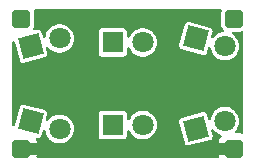
<source format=gbr>
%TF.GenerationSoftware,KiCad,Pcbnew,(7.0.0-0)*%
%TF.CreationDate,2023-03-05T10:40:59+01:00*%
%TF.ProjectId,FancyLight,46616e63-794c-4696-9768-742e6b696361,A*%
%TF.SameCoordinates,Original*%
%TF.FileFunction,Copper,L2,Bot*%
%TF.FilePolarity,Positive*%
%FSLAX46Y46*%
G04 Gerber Fmt 4.6, Leading zero omitted, Abs format (unit mm)*
G04 Created by KiCad (PCBNEW (7.0.0-0)) date 2023-03-05 10:40:59*
%MOMM*%
%LPD*%
G01*
G04 APERTURE LIST*
G04 Aperture macros list*
%AMRoundRect*
0 Rectangle with rounded corners*
0 $1 Rounding radius*
0 $2 $3 $4 $5 $6 $7 $8 $9 X,Y pos of 4 corners*
0 Add a 4 corners polygon primitive as box body*
4,1,4,$2,$3,$4,$5,$6,$7,$8,$9,$2,$3,0*
0 Add four circle primitives for the rounded corners*
1,1,$1+$1,$2,$3*
1,1,$1+$1,$4,$5*
1,1,$1+$1,$6,$7*
1,1,$1+$1,$8,$9*
0 Add four rect primitives between the rounded corners*
20,1,$1+$1,$2,$3,$4,$5,0*
20,1,$1+$1,$4,$5,$6,$7,0*
20,1,$1+$1,$6,$7,$8,$9,0*
20,1,$1+$1,$8,$9,$2,$3,0*%
%AMRotRect*
0 Rectangle, with rotation*
0 The origin of the aperture is its center*
0 $1 length*
0 $2 width*
0 $3 Rotation angle, in degrees counterclockwise*
0 Add horizontal line*
21,1,$1,$2,0,0,$3*%
G04 Aperture macros list end*
%TA.AperFunction,ComponentPad*%
%ADD10RoundRect,0.400000X-0.400000X-0.400000X0.400000X-0.400000X0.400000X0.400000X-0.400000X0.400000X0*%
%TD*%
%TA.AperFunction,ComponentPad*%
%ADD11RotRect,1.800000X1.800000X15.000000*%
%TD*%
%TA.AperFunction,ComponentPad*%
%ADD12C,1.800000*%
%TD*%
%TA.AperFunction,ComponentPad*%
%ADD13R,1.800000X1.800000*%
%TD*%
%TA.AperFunction,ComponentPad*%
%ADD14RotRect,1.800000X1.800000X345.000000*%
%TD*%
%TA.AperFunction,ViaPad*%
%ADD15C,0.800000*%
%TD*%
%TA.AperFunction,Conductor*%
%ADD16C,1.000000*%
%TD*%
G04 APERTURE END LIST*
D10*
X146000000Y-89000000D03*
X128000000Y-89000000D03*
X128000000Y-78000000D03*
X146000000Y-78000000D03*
D11*
X142773273Y-87328699D03*
D12*
X145226726Y-86671300D03*
D13*
X135729999Y-86999999D03*
D12*
X138270000Y-87000000D03*
D14*
X128773273Y-86671299D03*
D12*
X131226726Y-87328700D03*
D14*
X142773273Y-79671299D03*
D12*
X145226726Y-80328700D03*
D13*
X135729999Y-79999999D03*
D12*
X138270000Y-80000000D03*
D11*
X128773273Y-80328699D03*
D12*
X131226726Y-79671300D03*
D15*
X139000000Y-85000000D03*
X136500000Y-85000000D03*
X134500000Y-81500000D03*
X132500000Y-81500000D03*
X139000000Y-82000000D03*
D16*
X146000000Y-89000000D02*
X144000000Y-89000000D01*
X144000000Y-89000000D02*
X143400000Y-89000000D01*
X128000000Y-89000000D02*
X130200000Y-89000000D01*
%TA.AperFunction,Conductor*%
G36*
X144878362Y-77213346D02*
G01*
X144922277Y-77250510D01*
X144944693Y-77303492D01*
X144940786Y-77360890D01*
X144905914Y-77472804D01*
X144899500Y-77543384D01*
X144899500Y-78456616D01*
X144899754Y-78459419D01*
X144899755Y-78459425D01*
X144904408Y-78510628D01*
X144905914Y-78527196D01*
X144907862Y-78533448D01*
X144907864Y-78533457D01*
X144927064Y-78595071D01*
X144956522Y-78689606D01*
X144960399Y-78696020D01*
X144960400Y-78696021D01*
X145030740Y-78812378D01*
X145044528Y-78835185D01*
X145049831Y-78840487D01*
X145049831Y-78840488D01*
X145136226Y-78926883D01*
X145168915Y-78984782D01*
X145166996Y-79051244D01*
X145131020Y-79107159D01*
X145071331Y-79136453D01*
X144902421Y-79168028D01*
X144902414Y-79168029D01*
X144896786Y-79169082D01*
X144891443Y-79171151D01*
X144891439Y-79171153D01*
X144694667Y-79247383D01*
X144694662Y-79247385D01*
X144689325Y-79249453D01*
X144684453Y-79252469D01*
X144684450Y-79252471D01*
X144505035Y-79363559D01*
X144505027Y-79363564D01*
X144500164Y-79366576D01*
X144495933Y-79370432D01*
X144495929Y-79370436D01*
X144339985Y-79512597D01*
X144339975Y-79512607D01*
X144335745Y-79516464D01*
X144332292Y-79521035D01*
X144332286Y-79521043D01*
X144288031Y-79579646D01*
X144234227Y-79620406D01*
X144167044Y-79626945D01*
X144106390Y-79597323D01*
X144070239Y-79540319D01*
X144069303Y-79472826D01*
X144177416Y-79069343D01*
X144181104Y-79044318D01*
X144163872Y-78933301D01*
X144107698Y-78836006D01*
X144078335Y-78812378D01*
X144027438Y-78771421D01*
X144027434Y-78771419D01*
X144020171Y-78765574D01*
X144011504Y-78762139D01*
X144011502Y-78762138D01*
X143999982Y-78757573D01*
X143999980Y-78757572D01*
X143996656Y-78756255D01*
X143993205Y-78755330D01*
X143993195Y-78755327D01*
X142174770Y-78268083D01*
X142174766Y-78268082D01*
X142171317Y-78267158D01*
X142167788Y-78266638D01*
X142167779Y-78266636D01*
X142155518Y-78264829D01*
X142155513Y-78264829D01*
X142146292Y-78263470D01*
X142137079Y-78264899D01*
X142137077Y-78264900D01*
X142046626Y-78278940D01*
X142046625Y-78278940D01*
X142035275Y-78280702D01*
X142025329Y-78286444D01*
X142025327Y-78286445D01*
X141947932Y-78331129D01*
X141947927Y-78331132D01*
X141937980Y-78336876D01*
X141930776Y-78345827D01*
X141930774Y-78345830D01*
X141873395Y-78417135D01*
X141873391Y-78417141D01*
X141867548Y-78424403D01*
X141864114Y-78433066D01*
X141864112Y-78433071D01*
X141859547Y-78444591D01*
X141858229Y-78447918D01*
X141857305Y-78451363D01*
X141857301Y-78451378D01*
X141381513Y-80227050D01*
X141369132Y-80273257D01*
X141368612Y-80276781D01*
X141368610Y-80276794D01*
X141366803Y-80289055D01*
X141366803Y-80289060D01*
X141365444Y-80298282D01*
X141366873Y-80307494D01*
X141366874Y-80307496D01*
X141377050Y-80373055D01*
X141382676Y-80409299D01*
X141388419Y-80419246D01*
X141433103Y-80496641D01*
X141433104Y-80496643D01*
X141438850Y-80506594D01*
X141464428Y-80527176D01*
X141519109Y-80571178D01*
X141519111Y-80571179D01*
X141526377Y-80577026D01*
X141549892Y-80586345D01*
X143375231Y-81075442D01*
X143400256Y-81079130D01*
X143511273Y-81061898D01*
X143608568Y-81005724D01*
X143679000Y-80918197D01*
X143688319Y-80894682D01*
X143795225Y-80495699D01*
X143830339Y-80437193D01*
X143891089Y-80406121D01*
X143959080Y-80411893D01*
X144013723Y-80452762D01*
X144038471Y-80516352D01*
X144041611Y-80550236D01*
X144043180Y-80555750D01*
X144100927Y-80758713D01*
X144100930Y-80758721D01*
X144102497Y-80764228D01*
X144105049Y-80769353D01*
X144105051Y-80769358D01*
X144199113Y-80958259D01*
X144199115Y-80958263D01*
X144201668Y-80963389D01*
X144205117Y-80967956D01*
X144205120Y-80967961D01*
X144332287Y-81136358D01*
X144332292Y-81136363D01*
X144335745Y-81140936D01*
X144339981Y-81144797D01*
X144339985Y-81144802D01*
X144438298Y-81234426D01*
X144500164Y-81290824D01*
X144689325Y-81407947D01*
X144896786Y-81488318D01*
X145115483Y-81529200D01*
X145332240Y-81529200D01*
X145337969Y-81529200D01*
X145556666Y-81488318D01*
X145764127Y-81407947D01*
X145953288Y-81290824D01*
X146117707Y-81140936D01*
X146251784Y-80963389D01*
X146350955Y-80764228D01*
X146411841Y-80550236D01*
X146432369Y-80328700D01*
X146411841Y-80107164D01*
X146350955Y-79893172D01*
X146251784Y-79694011D01*
X146238945Y-79677009D01*
X146121164Y-79521041D01*
X146121160Y-79521037D01*
X146117707Y-79516464D01*
X146113470Y-79512601D01*
X146113466Y-79512597D01*
X145987372Y-79397648D01*
X145953288Y-79366576D01*
X145894096Y-79329926D01*
X145850493Y-79283835D01*
X145835396Y-79222209D01*
X145852760Y-79161182D01*
X145898038Y-79116733D01*
X145959375Y-79100500D01*
X146453797Y-79100500D01*
X146456616Y-79100500D01*
X146527196Y-79094086D01*
X146639109Y-79059213D01*
X146696508Y-79055307D01*
X146749490Y-79077723D01*
X146786654Y-79121638D01*
X146800000Y-79177599D01*
X146800000Y-87613832D01*
X146787212Y-87668676D01*
X146751487Y-87712208D01*
X146700191Y-87735449D01*
X146643907Y-87733607D01*
X146547057Y-87707656D01*
X146535898Y-87705738D01*
X146465416Y-87700191D01*
X146460537Y-87700000D01*
X146200338Y-87700000D01*
X146143027Y-87685961D01*
X146098693Y-87647023D01*
X146077375Y-87592003D01*
X146083900Y-87533359D01*
X146111039Y-87492937D01*
X146109609Y-87491633D01*
X146113465Y-87487402D01*
X146117707Y-87483536D01*
X146251784Y-87305989D01*
X146350955Y-87106828D01*
X146411841Y-86892836D01*
X146432369Y-86671300D01*
X146411841Y-86449764D01*
X146350955Y-86235772D01*
X146251784Y-86036611D01*
X146248331Y-86032038D01*
X146121164Y-85863641D01*
X146121160Y-85863637D01*
X146117707Y-85859064D01*
X146113470Y-85855201D01*
X146113466Y-85855197D01*
X145957522Y-85713036D01*
X145957523Y-85713036D01*
X145953288Y-85709176D01*
X145948418Y-85706161D01*
X145948416Y-85706159D01*
X145769001Y-85595071D01*
X145769002Y-85595071D01*
X145764127Y-85592053D01*
X145556666Y-85511682D01*
X145551028Y-85510628D01*
X145343598Y-85471852D01*
X145343595Y-85471851D01*
X145337969Y-85470800D01*
X145115483Y-85470800D01*
X145109857Y-85471851D01*
X145109853Y-85471852D01*
X144902423Y-85510628D01*
X144902420Y-85510628D01*
X144896786Y-85511682D01*
X144891443Y-85513751D01*
X144891439Y-85513753D01*
X144694667Y-85589983D01*
X144694662Y-85589985D01*
X144689325Y-85592053D01*
X144684453Y-85595069D01*
X144684450Y-85595071D01*
X144505035Y-85706159D01*
X144505027Y-85706164D01*
X144500164Y-85709176D01*
X144495933Y-85713032D01*
X144495929Y-85713036D01*
X144339985Y-85855197D01*
X144339975Y-85855207D01*
X144335745Y-85859064D01*
X144332296Y-85863630D01*
X144332287Y-85863641D01*
X144205120Y-86032038D01*
X144205113Y-86032048D01*
X144201668Y-86036611D01*
X144199118Y-86041731D01*
X144199113Y-86041740D01*
X144105051Y-86230641D01*
X144105047Y-86230649D01*
X144102497Y-86235772D01*
X144100931Y-86241275D01*
X144100927Y-86241286D01*
X144051510Y-86414972D01*
X144041611Y-86449764D01*
X144041082Y-86455467D01*
X144041082Y-86455470D01*
X144038471Y-86483649D01*
X144013723Y-86547239D01*
X143959080Y-86588107D01*
X143891090Y-86593880D01*
X143830339Y-86562808D01*
X143795225Y-86504301D01*
X143786791Y-86472824D01*
X143688318Y-86105319D01*
X143679000Y-86081803D01*
X143671748Y-86072791D01*
X143615773Y-86003230D01*
X143608568Y-85994276D01*
X143598617Y-85988530D01*
X143598615Y-85988529D01*
X143521220Y-85943845D01*
X143511273Y-85938102D01*
X143429982Y-85925484D01*
X143409469Y-85922300D01*
X143409468Y-85922299D01*
X143400256Y-85920870D01*
X143391038Y-85922228D01*
X143391032Y-85922228D01*
X143378775Y-85924034D01*
X143378760Y-85924036D01*
X143375231Y-85924557D01*
X143371776Y-85925482D01*
X143371770Y-85925484D01*
X141553344Y-86412731D01*
X141553339Y-86412732D01*
X141549893Y-86413656D01*
X141546580Y-86414968D01*
X141546570Y-86414972D01*
X141535047Y-86419538D01*
X141535043Y-86419539D01*
X141526377Y-86422974D01*
X141519115Y-86428817D01*
X141519109Y-86428821D01*
X141447804Y-86486200D01*
X141447801Y-86486202D01*
X141438850Y-86493406D01*
X141433106Y-86503353D01*
X141433103Y-86503358D01*
X141388419Y-86580753D01*
X141388418Y-86580755D01*
X141382676Y-86590701D01*
X141380914Y-86602051D01*
X141380914Y-86602052D01*
X141371052Y-86665591D01*
X141365444Y-86701718D01*
X141366802Y-86710935D01*
X141366802Y-86710941D01*
X141368608Y-86723198D01*
X141368610Y-86723209D01*
X141369131Y-86726743D01*
X141370057Y-86730201D01*
X141370058Y-86730203D01*
X141841145Y-88488318D01*
X141858230Y-88552081D01*
X141867548Y-88575597D01*
X141873393Y-88582860D01*
X141873395Y-88582864D01*
X141930774Y-88654169D01*
X141937980Y-88663124D01*
X142035275Y-88719298D01*
X142146292Y-88736530D01*
X142171317Y-88732843D01*
X143996655Y-88243744D01*
X144020171Y-88234426D01*
X144107698Y-88163994D01*
X144163872Y-88066699D01*
X144181104Y-87955682D01*
X144177417Y-87930657D01*
X144069304Y-87527174D01*
X144070240Y-87459681D01*
X144106391Y-87402677D01*
X144167045Y-87373055D01*
X144234229Y-87379594D01*
X144288033Y-87420355D01*
X144332287Y-87478958D01*
X144332292Y-87478963D01*
X144335745Y-87483536D01*
X144339981Y-87487397D01*
X144339985Y-87487402D01*
X144387174Y-87530420D01*
X144500164Y-87633424D01*
X144689325Y-87750547D01*
X144694666Y-87752616D01*
X144694676Y-87752621D01*
X144865975Y-87818983D01*
X144913522Y-87851850D01*
X144941005Y-87902700D01*
X144942451Y-87960483D01*
X144917547Y-88012644D01*
X144845133Y-88102068D01*
X144838088Y-88112915D01*
X144758097Y-88269907D01*
X144753469Y-88281963D01*
X144707656Y-88452942D01*
X144705738Y-88464101D01*
X144700191Y-88534583D01*
X144700000Y-88539463D01*
X144700000Y-88733674D01*
X144703450Y-88746549D01*
X144716326Y-88750000D01*
X146126000Y-88750000D01*
X146188000Y-88766613D01*
X146233387Y-88812000D01*
X146250000Y-88874000D01*
X146250000Y-89126000D01*
X146233387Y-89188000D01*
X146188000Y-89233387D01*
X146126000Y-89250000D01*
X144716326Y-89250000D01*
X144703450Y-89253450D01*
X144700000Y-89266326D01*
X144700000Y-89460537D01*
X144700191Y-89465416D01*
X144705738Y-89535898D01*
X144707656Y-89547057D01*
X144733607Y-89643907D01*
X144735449Y-89700191D01*
X144712208Y-89751487D01*
X144668676Y-89787212D01*
X144613832Y-89800000D01*
X129386168Y-89800000D01*
X129331324Y-89787212D01*
X129287792Y-89751487D01*
X129264551Y-89700191D01*
X129266393Y-89643907D01*
X129292343Y-89547057D01*
X129294261Y-89535898D01*
X129299808Y-89465416D01*
X129300000Y-89460537D01*
X129300000Y-89266326D01*
X129296549Y-89253450D01*
X129283674Y-89250000D01*
X127874000Y-89250000D01*
X127812000Y-89233387D01*
X127766613Y-89188000D01*
X127750000Y-89126000D01*
X127750000Y-88874000D01*
X127766613Y-88812000D01*
X127812000Y-88766613D01*
X127874000Y-88750000D01*
X129283674Y-88750000D01*
X129296549Y-88746549D01*
X129300000Y-88733674D01*
X129300000Y-88539463D01*
X129299808Y-88534583D01*
X129294261Y-88464101D01*
X129292343Y-88452942D01*
X129246530Y-88281963D01*
X129241901Y-88269904D01*
X129232511Y-88251475D01*
X129219002Y-88196486D01*
X129231348Y-88141225D01*
X129266975Y-88097215D01*
X129318454Y-88073632D01*
X129367976Y-88075173D01*
X129368263Y-88073789D01*
X129371767Y-88074513D01*
X129375231Y-88075442D01*
X129400256Y-88079130D01*
X129511273Y-88061898D01*
X129608568Y-88005724D01*
X129679000Y-87918197D01*
X129688319Y-87894682D01*
X129795225Y-87495699D01*
X129830339Y-87437193D01*
X129891089Y-87406121D01*
X129959080Y-87411893D01*
X130013723Y-87452762D01*
X130038471Y-87516352D01*
X130041611Y-87550236D01*
X130043180Y-87555750D01*
X130100927Y-87758713D01*
X130100930Y-87758721D01*
X130102497Y-87764228D01*
X130105049Y-87769353D01*
X130105051Y-87769358D01*
X130199113Y-87958259D01*
X130199115Y-87958263D01*
X130201668Y-87963389D01*
X130205117Y-87967956D01*
X130205120Y-87967961D01*
X130332287Y-88136358D01*
X130332292Y-88136363D01*
X130335745Y-88140936D01*
X130339981Y-88144797D01*
X130339985Y-88144802D01*
X130438298Y-88234426D01*
X130500164Y-88290824D01*
X130689325Y-88407947D01*
X130896786Y-88488318D01*
X131115483Y-88529200D01*
X131332240Y-88529200D01*
X131337969Y-88529200D01*
X131556666Y-88488318D01*
X131764127Y-88407947D01*
X131953288Y-88290824D01*
X132117707Y-88140936D01*
X132251784Y-87963389D01*
X132262782Y-87941302D01*
X134529500Y-87941302D01*
X134529501Y-87944864D01*
X134529912Y-87948411D01*
X134529913Y-87948422D01*
X134531054Y-87958259D01*
X134532415Y-87969991D01*
X134536181Y-87978521D01*
X134536182Y-87978523D01*
X134550730Y-88011470D01*
X134577794Y-88072765D01*
X134657235Y-88152206D01*
X134728111Y-88183501D01*
X134751477Y-88193818D01*
X134751478Y-88193818D01*
X134760009Y-88197585D01*
X134785135Y-88200500D01*
X136674864Y-88200499D01*
X136699991Y-88197585D01*
X136802765Y-88152206D01*
X136882206Y-88072765D01*
X136927585Y-87969991D01*
X136930500Y-87944865D01*
X136930499Y-87530417D01*
X136947884Y-87467102D01*
X136995163Y-87421538D01*
X137059080Y-87406505D01*
X137121713Y-87426217D01*
X137165499Y-87475148D01*
X137242387Y-87629559D01*
X137242389Y-87629563D01*
X137244942Y-87634689D01*
X137248391Y-87639256D01*
X137248394Y-87639261D01*
X137375561Y-87807658D01*
X137375566Y-87807663D01*
X137379019Y-87812236D01*
X137383255Y-87816097D01*
X137383259Y-87816102D01*
X137422473Y-87851850D01*
X137543438Y-87962124D01*
X137732599Y-88079247D01*
X137940060Y-88159618D01*
X138158757Y-88200500D01*
X138375514Y-88200500D01*
X138381243Y-88200500D01*
X138599940Y-88159618D01*
X138807401Y-88079247D01*
X138996562Y-87962124D01*
X139160981Y-87812236D01*
X139295058Y-87634689D01*
X139394229Y-87435528D01*
X139455115Y-87221536D01*
X139475643Y-87000000D01*
X139455115Y-86778464D01*
X139398546Y-86579646D01*
X139395798Y-86569986D01*
X139395797Y-86569984D01*
X139394229Y-86564472D01*
X139319131Y-86413656D01*
X139297612Y-86370440D01*
X139297610Y-86370436D01*
X139295058Y-86365311D01*
X139291605Y-86360738D01*
X139164438Y-86192341D01*
X139164434Y-86192337D01*
X139160981Y-86187764D01*
X139156744Y-86183901D01*
X139156740Y-86183897D01*
X139011591Y-86051577D01*
X138996562Y-86037876D01*
X138991692Y-86034861D01*
X138991690Y-86034859D01*
X138815042Y-85925484D01*
X138807401Y-85920753D01*
X138599940Y-85840382D01*
X138576531Y-85836006D01*
X138386872Y-85800552D01*
X138386869Y-85800551D01*
X138381243Y-85799500D01*
X138158757Y-85799500D01*
X138153131Y-85800551D01*
X138153127Y-85800552D01*
X137945697Y-85839328D01*
X137945694Y-85839328D01*
X137940060Y-85840382D01*
X137934717Y-85842451D01*
X137934713Y-85842453D01*
X137737941Y-85918683D01*
X137737936Y-85918685D01*
X137732599Y-85920753D01*
X137727727Y-85923769D01*
X137727724Y-85923771D01*
X137548309Y-86034859D01*
X137548301Y-86034864D01*
X137543438Y-86037876D01*
X137539207Y-86041732D01*
X137539203Y-86041736D01*
X137383259Y-86183897D01*
X137383249Y-86183907D01*
X137379019Y-86187764D01*
X137375570Y-86192330D01*
X137375561Y-86192341D01*
X137248394Y-86360738D01*
X137248387Y-86360748D01*
X137244942Y-86365311D01*
X137242392Y-86370431D01*
X137242387Y-86370440D01*
X137165499Y-86524852D01*
X137121713Y-86573783D01*
X137059081Y-86593495D01*
X136995163Y-86578462D01*
X136947884Y-86532898D01*
X136930499Y-86469580D01*
X136930499Y-86058714D01*
X136930499Y-86058709D01*
X136930499Y-86055136D01*
X136927585Y-86030009D01*
X136882206Y-85927235D01*
X136802765Y-85847794D01*
X136759748Y-85828800D01*
X136708522Y-85806181D01*
X136708517Y-85806179D01*
X136699991Y-85802415D01*
X136690726Y-85801340D01*
X136678414Y-85799911D01*
X136678401Y-85799910D01*
X136674865Y-85799500D01*
X136671290Y-85799500D01*
X134788714Y-85799500D01*
X134788696Y-85799500D01*
X134785136Y-85799501D01*
X134781589Y-85799912D01*
X134781577Y-85799913D01*
X134769277Y-85801340D01*
X134769275Y-85801340D01*
X134760009Y-85802415D01*
X134751479Y-85806180D01*
X134751476Y-85806182D01*
X134667745Y-85843153D01*
X134667743Y-85843154D01*
X134657235Y-85847794D01*
X134649112Y-85855916D01*
X134649109Y-85855919D01*
X134585919Y-85919109D01*
X134585916Y-85919112D01*
X134577794Y-85927235D01*
X134573154Y-85937743D01*
X134573153Y-85937745D01*
X134536181Y-86021477D01*
X134536179Y-86021484D01*
X134532415Y-86030009D01*
X134531340Y-86039271D01*
X134531340Y-86039273D01*
X134529911Y-86051585D01*
X134529910Y-86051599D01*
X134529500Y-86055135D01*
X134529500Y-86058708D01*
X134529500Y-86058709D01*
X134529500Y-87941285D01*
X134529500Y-87941302D01*
X132262782Y-87941302D01*
X132350955Y-87764228D01*
X132411841Y-87550236D01*
X132432369Y-87328700D01*
X132411841Y-87107164D01*
X132350955Y-86893172D01*
X132268083Y-86726743D01*
X132254338Y-86699140D01*
X132254337Y-86699139D01*
X132251784Y-86694011D01*
X132238945Y-86677009D01*
X132121164Y-86521041D01*
X132121160Y-86521037D01*
X132117707Y-86516464D01*
X132113470Y-86512601D01*
X132113466Y-86512597D01*
X131987372Y-86397648D01*
X131953288Y-86366576D01*
X131948418Y-86363561D01*
X131948416Y-86363559D01*
X131769001Y-86252471D01*
X131769002Y-86252471D01*
X131764127Y-86249453D01*
X131728812Y-86235772D01*
X131562012Y-86171153D01*
X131562011Y-86171152D01*
X131556666Y-86169082D01*
X131551028Y-86168028D01*
X131343598Y-86129252D01*
X131343595Y-86129251D01*
X131337969Y-86128200D01*
X131115483Y-86128200D01*
X131109857Y-86129251D01*
X131109853Y-86129252D01*
X130902423Y-86168028D01*
X130902420Y-86168028D01*
X130896786Y-86169082D01*
X130891443Y-86171151D01*
X130891439Y-86171153D01*
X130694667Y-86247383D01*
X130694662Y-86247385D01*
X130689325Y-86249453D01*
X130684453Y-86252469D01*
X130684450Y-86252471D01*
X130505035Y-86363559D01*
X130505027Y-86363564D01*
X130500164Y-86366576D01*
X130495933Y-86370432D01*
X130495929Y-86370436D01*
X130339985Y-86512597D01*
X130339975Y-86512607D01*
X130335745Y-86516464D01*
X130332292Y-86521035D01*
X130332286Y-86521043D01*
X130288031Y-86579646D01*
X130234227Y-86620406D01*
X130167044Y-86626945D01*
X130106390Y-86597323D01*
X130070239Y-86540319D01*
X130069303Y-86472826D01*
X130177416Y-86069343D01*
X130181104Y-86044318D01*
X130163872Y-85933301D01*
X130107698Y-85836006D01*
X130098743Y-85828800D01*
X130027438Y-85771421D01*
X130027434Y-85771419D01*
X130020171Y-85765574D01*
X130011504Y-85762139D01*
X130011502Y-85762138D01*
X129999982Y-85757573D01*
X129999980Y-85757572D01*
X129996656Y-85756255D01*
X129993205Y-85755330D01*
X129993195Y-85755327D01*
X128174770Y-85268083D01*
X128174766Y-85268082D01*
X128171317Y-85267158D01*
X128167788Y-85266638D01*
X128167779Y-85266636D01*
X128155518Y-85264829D01*
X128155513Y-85264829D01*
X128146292Y-85263470D01*
X128137079Y-85264899D01*
X128137077Y-85264900D01*
X128046626Y-85278940D01*
X128046625Y-85278940D01*
X128035275Y-85280702D01*
X128025329Y-85286444D01*
X128025327Y-85286445D01*
X127947932Y-85331129D01*
X127947927Y-85331132D01*
X127937980Y-85336876D01*
X127930776Y-85345827D01*
X127930774Y-85345830D01*
X127873395Y-85417135D01*
X127873391Y-85417141D01*
X127867548Y-85424403D01*
X127864114Y-85433066D01*
X127864112Y-85433071D01*
X127859547Y-85444591D01*
X127858229Y-85447918D01*
X127857305Y-85451363D01*
X127857301Y-85451378D01*
X127443775Y-86994685D01*
X127415422Y-87046365D01*
X127366411Y-87079114D01*
X127307815Y-87085531D01*
X127252877Y-87064167D01*
X127214011Y-87019849D01*
X127200000Y-86962592D01*
X127200000Y-80037412D01*
X127214011Y-79980155D01*
X127252876Y-79935837D01*
X127307815Y-79914473D01*
X127366410Y-79920890D01*
X127415422Y-79953639D01*
X127443775Y-80005318D01*
X127841145Y-81488318D01*
X127858230Y-81552081D01*
X127867548Y-81575597D01*
X127873393Y-81582860D01*
X127873395Y-81582864D01*
X127930774Y-81654169D01*
X127937980Y-81663124D01*
X128035275Y-81719298D01*
X128146292Y-81736530D01*
X128171317Y-81732843D01*
X129996655Y-81243744D01*
X130020171Y-81234426D01*
X130107698Y-81163994D01*
X130163872Y-81066699D01*
X130181104Y-80955682D01*
X130178985Y-80941302D01*
X134529500Y-80941302D01*
X134529501Y-80944864D01*
X134529912Y-80948411D01*
X134529913Y-80948422D01*
X134531054Y-80958259D01*
X134532415Y-80969991D01*
X134536181Y-80978521D01*
X134536182Y-80978523D01*
X134550730Y-81011470D01*
X134577794Y-81072765D01*
X134657235Y-81152206D01*
X134728111Y-81183501D01*
X134751477Y-81193818D01*
X134751478Y-81193818D01*
X134760009Y-81197585D01*
X134785135Y-81200500D01*
X136674864Y-81200499D01*
X136699991Y-81197585D01*
X136802765Y-81152206D01*
X136882206Y-81072765D01*
X136927585Y-80969991D01*
X136930500Y-80944865D01*
X136930499Y-80530417D01*
X136947884Y-80467102D01*
X136995163Y-80421538D01*
X137059080Y-80406505D01*
X137121713Y-80426217D01*
X137165499Y-80475148D01*
X137242387Y-80629559D01*
X137242389Y-80629563D01*
X137244942Y-80634689D01*
X137248391Y-80639256D01*
X137248394Y-80639261D01*
X137375561Y-80807658D01*
X137375566Y-80807663D01*
X137379019Y-80812236D01*
X137383255Y-80816097D01*
X137383259Y-80816102D01*
X137400667Y-80831971D01*
X137543438Y-80962124D01*
X137732599Y-81079247D01*
X137940060Y-81159618D01*
X138158757Y-81200500D01*
X138375514Y-81200500D01*
X138381243Y-81200500D01*
X138599940Y-81159618D01*
X138807401Y-81079247D01*
X138996562Y-80962124D01*
X139160981Y-80812236D01*
X139295058Y-80634689D01*
X139394229Y-80435528D01*
X139455115Y-80221536D01*
X139475643Y-80000000D01*
X139455115Y-79778464D01*
X139398546Y-79579646D01*
X139395798Y-79569986D01*
X139395797Y-79569984D01*
X139394229Y-79564472D01*
X139319131Y-79413656D01*
X139297612Y-79370440D01*
X139297610Y-79370436D01*
X139295058Y-79365311D01*
X139291605Y-79360738D01*
X139164438Y-79192341D01*
X139164434Y-79192337D01*
X139160981Y-79187764D01*
X139156744Y-79183901D01*
X139156740Y-79183897D01*
X139027199Y-79065805D01*
X138996562Y-79037876D01*
X138991692Y-79034861D01*
X138991690Y-79034859D01*
X138817301Y-78926883D01*
X138807401Y-78920753D01*
X138599940Y-78840382D01*
X138572139Y-78835185D01*
X138386872Y-78800552D01*
X138386869Y-78800551D01*
X138381243Y-78799500D01*
X138158757Y-78799500D01*
X138153131Y-78800551D01*
X138153127Y-78800552D01*
X137945697Y-78839328D01*
X137945694Y-78839328D01*
X137940060Y-78840382D01*
X137934717Y-78842451D01*
X137934713Y-78842453D01*
X137737941Y-78918683D01*
X137737936Y-78918685D01*
X137732599Y-78920753D01*
X137727727Y-78923769D01*
X137727724Y-78923771D01*
X137548309Y-79034859D01*
X137548301Y-79034864D01*
X137543438Y-79037876D01*
X137539207Y-79041732D01*
X137539203Y-79041736D01*
X137383259Y-79183897D01*
X137383249Y-79183907D01*
X137379019Y-79187764D01*
X137375570Y-79192330D01*
X137375561Y-79192341D01*
X137248394Y-79360738D01*
X137248387Y-79360748D01*
X137244942Y-79365311D01*
X137242392Y-79370431D01*
X137242387Y-79370440D01*
X137165499Y-79524852D01*
X137121713Y-79573783D01*
X137059081Y-79593495D01*
X136995163Y-79578462D01*
X136947884Y-79532898D01*
X136930499Y-79469580D01*
X136930499Y-79058714D01*
X136930499Y-79058709D01*
X136930499Y-79055136D01*
X136927585Y-79030009D01*
X136882206Y-78927235D01*
X136802765Y-78847794D01*
X136776068Y-78836006D01*
X136708522Y-78806181D01*
X136708517Y-78806179D01*
X136699991Y-78802415D01*
X136690726Y-78801340D01*
X136678414Y-78799911D01*
X136678401Y-78799910D01*
X136674865Y-78799500D01*
X136671290Y-78799500D01*
X134788714Y-78799500D01*
X134788696Y-78799500D01*
X134785136Y-78799501D01*
X134781589Y-78799912D01*
X134781577Y-78799913D01*
X134769277Y-78801340D01*
X134769275Y-78801340D01*
X134760009Y-78802415D01*
X134751479Y-78806180D01*
X134751476Y-78806182D01*
X134667745Y-78843153D01*
X134667743Y-78843154D01*
X134657235Y-78847794D01*
X134649112Y-78855916D01*
X134649109Y-78855919D01*
X134585919Y-78919109D01*
X134585916Y-78919112D01*
X134577794Y-78927235D01*
X134573154Y-78937743D01*
X134573153Y-78937745D01*
X134536181Y-79021477D01*
X134536179Y-79021484D01*
X134532415Y-79030009D01*
X134531340Y-79039271D01*
X134531340Y-79039273D01*
X134529911Y-79051585D01*
X134529910Y-79051599D01*
X134529500Y-79055135D01*
X134529500Y-79058708D01*
X134529500Y-79058709D01*
X134529500Y-80941285D01*
X134529500Y-80941302D01*
X130178985Y-80941302D01*
X130177417Y-80930657D01*
X130069304Y-80527174D01*
X130070240Y-80459681D01*
X130106391Y-80402677D01*
X130167045Y-80373055D01*
X130234229Y-80379594D01*
X130288033Y-80420355D01*
X130332287Y-80478958D01*
X130332292Y-80478963D01*
X130335745Y-80483536D01*
X130339981Y-80487397D01*
X130339985Y-80487402D01*
X130438298Y-80577026D01*
X130500164Y-80633424D01*
X130689325Y-80750547D01*
X130896786Y-80830918D01*
X131115483Y-80871800D01*
X131332240Y-80871800D01*
X131337969Y-80871800D01*
X131556666Y-80830918D01*
X131764127Y-80750547D01*
X131953288Y-80633424D01*
X132117707Y-80483536D01*
X132251784Y-80305989D01*
X132350955Y-80106828D01*
X132411841Y-79892836D01*
X132432369Y-79671300D01*
X132411841Y-79449764D01*
X132350955Y-79235772D01*
X132251784Y-79036611D01*
X132248331Y-79032038D01*
X132121164Y-78863641D01*
X132121160Y-78863637D01*
X132117707Y-78859064D01*
X132113470Y-78855201D01*
X132113466Y-78855197D01*
X131957522Y-78713036D01*
X131957523Y-78713036D01*
X131953288Y-78709176D01*
X131948418Y-78706161D01*
X131948416Y-78706159D01*
X131769001Y-78595071D01*
X131769002Y-78595071D01*
X131764127Y-78592053D01*
X131579843Y-78520661D01*
X131562012Y-78513753D01*
X131562011Y-78513752D01*
X131556666Y-78511682D01*
X131551028Y-78510628D01*
X131343598Y-78471852D01*
X131343595Y-78471851D01*
X131337969Y-78470800D01*
X131115483Y-78470800D01*
X131109857Y-78471851D01*
X131109853Y-78471852D01*
X130902423Y-78510628D01*
X130902420Y-78510628D01*
X130896786Y-78511682D01*
X130891443Y-78513751D01*
X130891439Y-78513753D01*
X130694667Y-78589983D01*
X130694662Y-78589985D01*
X130689325Y-78592053D01*
X130684453Y-78595069D01*
X130684450Y-78595071D01*
X130505035Y-78706159D01*
X130505027Y-78706164D01*
X130500164Y-78709176D01*
X130495933Y-78713032D01*
X130495929Y-78713036D01*
X130339985Y-78855197D01*
X130339975Y-78855207D01*
X130335745Y-78859064D01*
X130332296Y-78863630D01*
X130332287Y-78863641D01*
X130205120Y-79032038D01*
X130205113Y-79032048D01*
X130201668Y-79036611D01*
X130199118Y-79041731D01*
X130199113Y-79041740D01*
X130105051Y-79230641D01*
X130105047Y-79230649D01*
X130102497Y-79235772D01*
X130100931Y-79241275D01*
X130100927Y-79241286D01*
X130051510Y-79414972D01*
X130041611Y-79449764D01*
X130041082Y-79455467D01*
X130041082Y-79455470D01*
X130038471Y-79483649D01*
X130013723Y-79547239D01*
X129959080Y-79588107D01*
X129891090Y-79593880D01*
X129830339Y-79562808D01*
X129795225Y-79504301D01*
X129786791Y-79472824D01*
X129688318Y-79105319D01*
X129679000Y-79081803D01*
X129671748Y-79072791D01*
X129615773Y-79003230D01*
X129608568Y-78994276D01*
X129598617Y-78988530D01*
X129598615Y-78988529D01*
X129521220Y-78943845D01*
X129511273Y-78938102D01*
X129429988Y-78925485D01*
X129409469Y-78922300D01*
X129409468Y-78922299D01*
X129400256Y-78920870D01*
X129391038Y-78922228D01*
X129391032Y-78922228D01*
X129378775Y-78924034D01*
X129378760Y-78924036D01*
X129375231Y-78924557D01*
X129371773Y-78925483D01*
X129371766Y-78925485D01*
X129107469Y-78996303D01*
X129049106Y-78997713D01*
X128996566Y-78972262D01*
X128961495Y-78925591D01*
X128951667Y-78868044D01*
X128969259Y-78812378D01*
X128973005Y-78806182D01*
X129043478Y-78689606D01*
X129094086Y-78527196D01*
X129100500Y-78456616D01*
X129100500Y-77543384D01*
X129094086Y-77472804D01*
X129059213Y-77360890D01*
X129055307Y-77303492D01*
X129077723Y-77250510D01*
X129121638Y-77213346D01*
X129177599Y-77200000D01*
X144822401Y-77200000D01*
X144878362Y-77213346D01*
G37*
%TD.AperFunction*%
M02*

</source>
